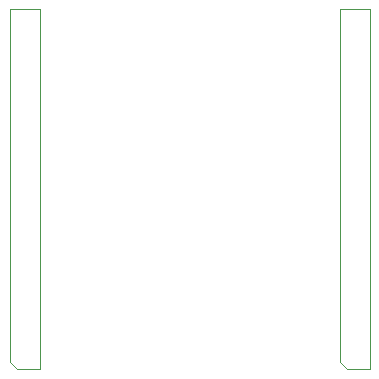
<source format=gbr>
%TF.GenerationSoftware,KiCad,Pcbnew,5.1.9-73d0e3b20d~88~ubuntu20.04.1*%
%TF.CreationDate,2021-04-17T15:00:08+02:00*%
%TF.ProjectId,e18sock,65313873-6f63-46b2-9e6b-696361645f70,rev?*%
%TF.SameCoordinates,Original*%
%TF.FileFunction,Other,Fab,Bot*%
%FSLAX46Y46*%
G04 Gerber Fmt 4.6, Leading zero omitted, Abs format (unit mm)*
G04 Created by KiCad (PCBNEW 5.1.9-73d0e3b20d~88~ubuntu20.04.1) date 2021-04-17 15:00:08*
%MOMM*%
%LPD*%
G01*
G04 APERTURE LIST*
%ADD10C,0.100000*%
%ADD11C,0.150000*%
G04 APERTURE END LIST*
D10*
%TO.C, *%
X144145000Y-64770000D02*
X146050000Y-64770000D01*
X146050000Y-64770000D02*
X146050000Y-34290000D01*
X146050000Y-34290000D02*
X143510000Y-34290000D01*
X143510000Y-34290000D02*
X143510000Y-64135000D01*
X143510000Y-64135000D02*
X144145000Y-64770000D01*
X116205000Y-64770000D02*
X118110000Y-64770000D01*
X118110000Y-64770000D02*
X118110000Y-34290000D01*
X118110000Y-34290000D02*
X115570000Y-34290000D01*
X115570000Y-34290000D02*
X115570000Y-64135000D01*
X115570000Y-64135000D02*
X116205000Y-64770000D01*
%TD*%
%TO.C, *%
D11*
%TD*%
M02*

</source>
